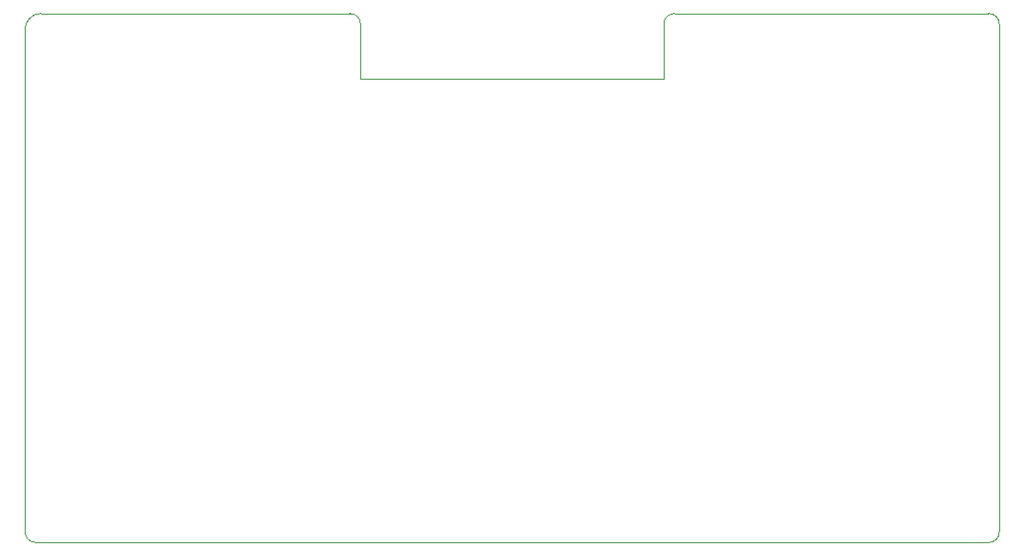
<source format=gbr>
%TF.GenerationSoftware,KiCad,Pcbnew,8.0.7*%
%TF.CreationDate,2025-01-14T17:57:31+01:00*%
%TF.ProjectId,esp32_octal_wled,65737033-325f-46f6-9374-616c5f776c65,rev?*%
%TF.SameCoordinates,Original*%
%TF.FileFunction,Profile,NP*%
%FSLAX46Y46*%
G04 Gerber Fmt 4.6, Leading zero omitted, Abs format (unit mm)*
G04 Created by KiCad (PCBNEW 8.0.7) date 2025-01-14 17:57:31*
%MOMM*%
%LPD*%
G01*
G04 APERTURE LIST*
%TA.AperFunction,Profile*%
%ADD10C,0.050000*%
%TD*%
%TA.AperFunction,Profile*%
%ADD11C,0.100000*%
%TD*%
G04 APERTURE END LIST*
D10*
X159000000Y-101000000D02*
G75*
G02*
X160000000Y-100000000I1000000J0D01*
G01*
D11*
X100000000Y-101500000D02*
G75*
G02*
X101500000Y-100000000I1500000J0D01*
G01*
D10*
X158995000Y-106000000D02*
X130995000Y-106000000D01*
X189000000Y-100000000D02*
X160000000Y-100000000D01*
X189000000Y-100000000D02*
G75*
G02*
X190000000Y-101000000I0J-1000000D01*
G01*
X130000000Y-100000000D02*
X101500000Y-100000000D01*
X101000000Y-148900000D02*
G75*
G02*
X100000000Y-147900000I0J1000000D01*
G01*
X130995000Y-106000000D02*
X131000000Y-101000000D01*
X190000000Y-147900000D02*
X190000000Y-101000000D01*
X100000000Y-101500000D02*
X100000000Y-147900000D01*
X190000000Y-147900000D02*
G75*
G02*
X189000000Y-148900000I-1000000J0D01*
G01*
X130000000Y-100000000D02*
G75*
G02*
X131000000Y-101000000I0J-1000000D01*
G01*
X101000000Y-148900000D02*
X189000000Y-148900000D01*
X159000000Y-101000000D02*
X158995000Y-106000000D01*
M02*

</source>
